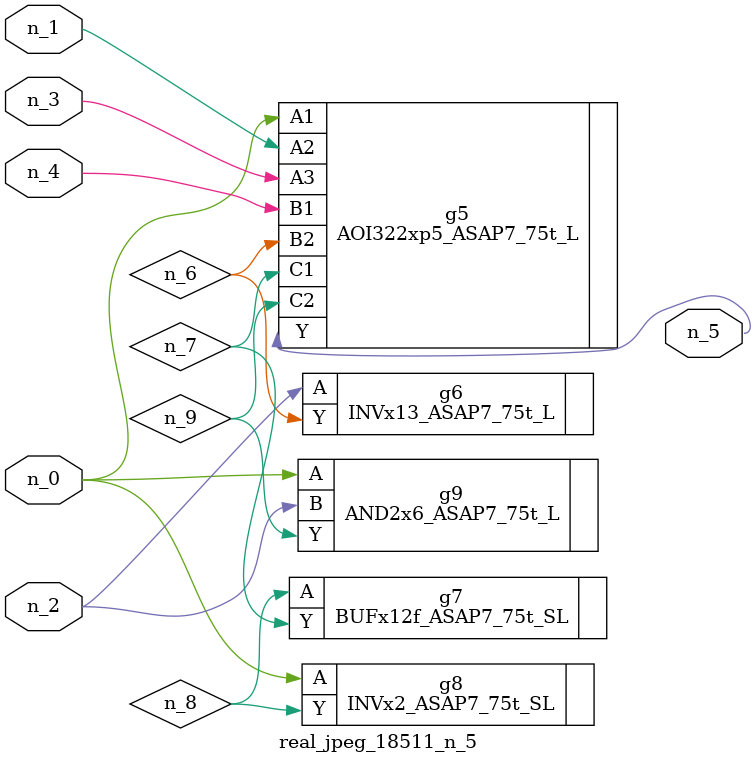
<source format=v>
module real_jpeg_18511_n_5 (n_4, n_0, n_1, n_2, n_3, n_5);

input n_4;
input n_0;
input n_1;
input n_2;
input n_3;

output n_5;

wire n_8;
wire n_6;
wire n_7;
wire n_9;

AOI322xp5_ASAP7_75t_L g5 ( 
.A1(n_0),
.A2(n_1),
.A3(n_3),
.B1(n_4),
.B2(n_6),
.C1(n_7),
.C2(n_9),
.Y(n_5)
);

INVx2_ASAP7_75t_SL g8 ( 
.A(n_0),
.Y(n_8)
);

AND2x6_ASAP7_75t_L g9 ( 
.A(n_0),
.B(n_2),
.Y(n_9)
);

INVx13_ASAP7_75t_L g6 ( 
.A(n_2),
.Y(n_6)
);

BUFx12f_ASAP7_75t_SL g7 ( 
.A(n_8),
.Y(n_7)
);


endmodule
</source>
